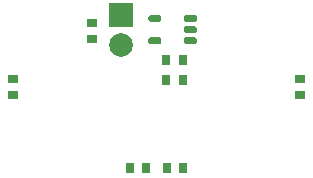
<source format=gbr>
%TF.GenerationSoftware,KiCad,Pcbnew,5.1.10*%
%TF.CreationDate,2021-07-14T14:56:21-07:00*%
%TF.ProjectId,exocam_charge_amp,65786f63-616d-45f6-9368-617267655f61,rev?*%
%TF.SameCoordinates,Original*%
%TF.FileFunction,Paste,Bot*%
%TF.FilePolarity,Positive*%
%FSLAX46Y46*%
G04 Gerber Fmt 4.6, Leading zero omitted, Abs format (unit mm)*
G04 Created by KiCad (PCBNEW 5.1.10) date 2021-07-14 14:56:21*
%MOMM*%
%LPD*%
G01*
G04 APERTURE LIST*
%ADD10R,0.900000X0.725000*%
%ADD11R,0.725000X0.900000*%
%ADD12C,2.000000*%
%ADD13R,2.000000X2.000000*%
G04 APERTURE END LIST*
%TO.C,U1*%
G36*
G01*
X60948400Y-60322400D02*
X60948400Y-60622400D01*
G75*
G02*
X60798400Y-60772400I-150000J0D01*
G01*
X59998400Y-60772400D01*
G75*
G02*
X59848400Y-60622400I0J150000D01*
G01*
X59848400Y-60322400D01*
G75*
G02*
X59998400Y-60172400I150000J0D01*
G01*
X60798400Y-60172400D01*
G75*
G02*
X60948400Y-60322400I0J-150000D01*
G01*
G37*
G36*
G01*
X63948400Y-60322400D02*
X63948400Y-60622400D01*
G75*
G02*
X63798400Y-60772400I-150000J0D01*
G01*
X62998400Y-60772400D01*
G75*
G02*
X62848400Y-60622400I0J150000D01*
G01*
X62848400Y-60322400D01*
G75*
G02*
X62998400Y-60172400I150000J0D01*
G01*
X63798400Y-60172400D01*
G75*
G02*
X63948400Y-60322400I0J-150000D01*
G01*
G37*
G36*
G01*
X63948400Y-59372400D02*
X63948400Y-59672400D01*
G75*
G02*
X63798400Y-59822400I-150000J0D01*
G01*
X62998400Y-59822400D01*
G75*
G02*
X62848400Y-59672400I0J150000D01*
G01*
X62848400Y-59372400D01*
G75*
G02*
X62998400Y-59222400I150000J0D01*
G01*
X63798400Y-59222400D01*
G75*
G02*
X63948400Y-59372400I0J-150000D01*
G01*
G37*
G36*
G01*
X60948400Y-58422400D02*
X60948400Y-58722400D01*
G75*
G02*
X60798400Y-58872400I-150000J0D01*
G01*
X59998400Y-58872400D01*
G75*
G02*
X59848400Y-58722400I0J150000D01*
G01*
X59848400Y-58422400D01*
G75*
G02*
X59998400Y-58272400I150000J0D01*
G01*
X60798400Y-58272400D01*
G75*
G02*
X60948400Y-58422400I0J-150000D01*
G01*
G37*
G36*
G01*
X63948400Y-58422400D02*
X63948400Y-58722400D01*
G75*
G02*
X63798400Y-58872400I-150000J0D01*
G01*
X62998400Y-58872400D01*
G75*
G02*
X62848400Y-58722400I0J150000D01*
G01*
X62848400Y-58422400D01*
G75*
G02*
X62998400Y-58272400I150000J0D01*
G01*
X63798400Y-58272400D01*
G75*
G02*
X63948400Y-58422400I0J-150000D01*
G01*
G37*
%TD*%
D10*
%TO.C,R7*%
X48361600Y-63703200D03*
X48361600Y-65078200D03*
%TD*%
%TO.C,R5*%
X72694800Y-65074800D03*
X72694800Y-63699800D03*
%TD*%
%TO.C,R4*%
X55067200Y-58928000D03*
X55067200Y-60303000D03*
%TD*%
D11*
%TO.C,R3*%
X62738000Y-63754000D03*
X61363000Y-63754000D03*
%TD*%
%TO.C,R2*%
X58264200Y-71272400D03*
X59639200Y-71272400D03*
%TD*%
%TO.C,R1*%
X61417200Y-71272400D03*
X62792200Y-71272400D03*
%TD*%
%TO.C,C1*%
X62738000Y-62128400D03*
X61363000Y-62128400D03*
%TD*%
D12*
%TO.C,BZ1*%
X57505600Y-60818400D03*
D13*
X57505600Y-58318400D03*
%TD*%
M02*

</source>
